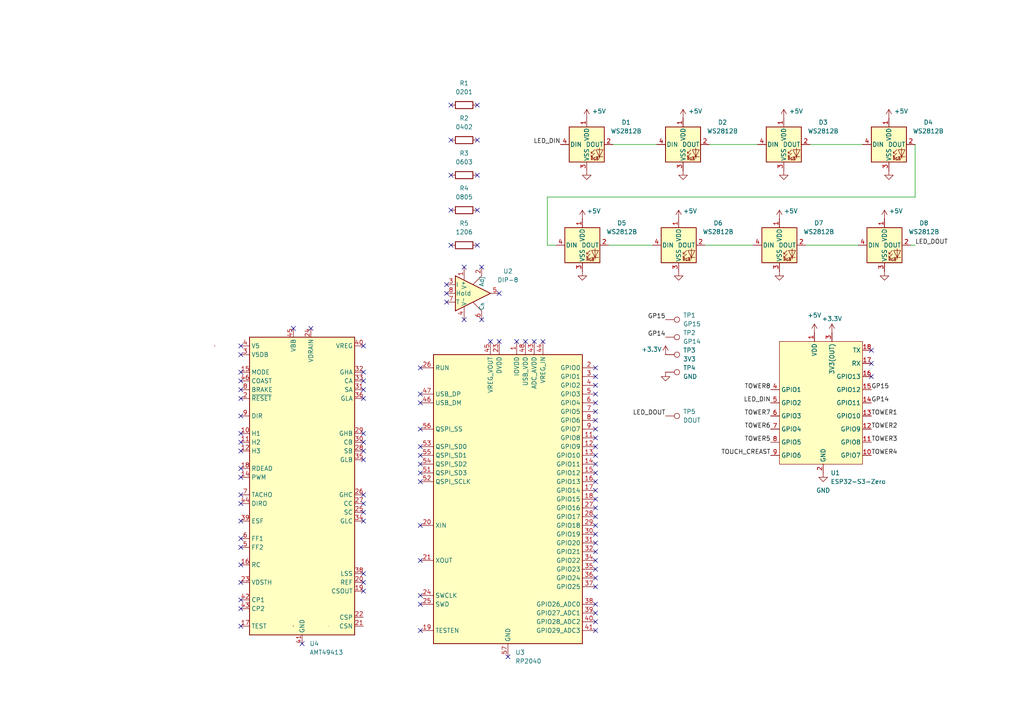
<source format=kicad_sch>
(kicad_sch (version 20250114) (generator "eeschema") (generator_version "9.0")
  (paper "A4")
  (lib_symbols
    (symbol "Analog:LF398_DIP8" (pin_names (offset 0.127))
      (property "Reference" "U" (at 5.08 3.81 0))
      (property "Value" "LF398_DIP8" (at 5.08 -2.54 0))
      (symbol "LF398_DIP8_0_1"
        (polyline (pts (xy -5.08 5.08) (xy 5.08 0) (xy -5.08 -5.08) (xy -5.08 5.08)) (stroke (width 0.254)) (fill (type background)))
        (polyline (pts (xy 0 -2.54) (xy 2.54 -5.08)))
        (polyline (pts (xy 2.54 5.08) (xy 0 2.54)))
      )
      (symbol "LF398_DIP8_1_1"
        (pin input line (at -7.62 2.54 0) (length 2.54) (name "I") (number "3"))
        (pin input line (at -7.62 0 0) (length 2.54) (name "Hold") (number "8"))
        (pin passive line (at -7.62 -2.54 0) (length 2.54) (name "T") (number "7"))
        (pin passive line (at -2.54 7.62 270) (length 3.81) (name "V^{+}") (number "1"))
        (pin passive line (at -2.54 -7.62 90) (length 3.81) (name "V^{-}") (number "4"))
        (pin passive line (at 2.54 7.62 270) (length 2.54) (name "Adj") (number "2"))
        (pin passive line (at 2.54 -7.62 90) (length 2.54) (name "C_{h}") (number "6"))
        (pin output line (at 7.62 0 180) (length 2.54) (name "~") (number "5"))
      )
    )
    (symbol "Connector:TestPoint" (pin_numbers (hide yes)) (pin_names (offset 0.762) (hide yes))
      (property "Reference" "TP" (at 0 6.858 0))
      (property "Value" "TestPoint" (at 0 5.08 0))
      (symbol "TestPoint_0_1"
        (circle (center 0 3.302) (radius 0.762))
      )
      (symbol "TestPoint_1_1"
        (pin passive line (at 0 0 90) (length 2.54) (name "1") (number "1"))
      )
    )
    (symbol "Device:R" (pin_numbers (hide yes)) (pin_names (offset 0))
      (property "Reference" "R" (at 2.032 0 90))
      (property "Value" "R" (at 0 0 90))
      (symbol "R_0_1"
        (rectangle (start -1.016 -2.54) (end 1.016 2.54) (stroke (width 0.254)))
      )
      (symbol "R_1_1"
        (pin passive line (at 0 3.81 270) (length 1.27) (name "~") (number "1"))
        (pin passive line (at 0 -3.81 90) (length 1.27) (name "~") (number "2"))
      )
    )
    (symbol "Driver_Motor:AMT49413"
      (property "Reference" "U" (at -13.97 44.45 0))
      (property "Value" "AMT49413" (at -10.16 -45.72 0))
      (symbol "AMT49413_0_1"
        (rectangle (start -25.4 40.64) (end -25.4 40.64) (stroke (width 0.254)))
        (rectangle (start -15.24 -43.18) (end 15.24 43.18) (stroke (width 0.254)) (fill (type background)))
        (rectangle (start -2.54 -40.64) (end -2.54 -40.64) (stroke (width 0.254)))
        (rectangle (start 7.62 -40.64) (end 7.62 -40.64))
      )
      (symbol "AMT49413_1_1"
        (pin power_out line (at -17.78 40.64 0) (length 2.54) (name "V5") (number "4"))
        (pin power_out line (at -17.78 38.1 0) (length 2.54) (name "V5DB") (number "3"))
        (pin input line (at -17.78 33.02 0) (length 2.54) (name "MODE") (number "15"))
        (pin input line (at -17.78 30.48 0) (length 2.54) (name "COAST") (number "46"))
        (pin input line (at -17.78 27.94 0) (length 2.54) (name "BRAKE") (number "8"))
        (pin input line (at -17.78 25.4 0) (length 2.54) (name "~{RESET}") (number "2"))
        (pin input line (at -17.78 20.32 0) (length 2.54) (name "DIR") (number "9"))
        (pin input line (at -17.78 15.24 0) (length 2.54) (name "H1") (number "10"))
        (pin input line (at -17.78 12.7 0) (length 2.54) (name "H2") (number "11"))
        (pin input line (at -17.78 10.16 0) (length 2.54) (name "H3") (number "12"))
        (pin passive line (at -17.78 5.08 0) (length 2.54) (name "RDEAD") (number "18"))
        (pin input line (at -17.78 2.54 0) (length 2.54) (name "PWM") (number "14"))
        (pin output line (at -17.78 -2.54 0) (length 2.54) (name "TACHO") (number "7"))
        (pin output line (at -17.78 -5.08 0) (length 2.54) (name "DIRO") (number "44"))
        (pin input line (at -17.78 -10.16 0) (length 2.54) (name "ESF") (number "39"))
        (pin open_collector line (at -17.78 -15.24 0) (length 2.54) (name "FF1") (number "6"))
        (pin open_collector line (at -17.78 -17.78 0) (length 2.54) (name "FF2") (number "5"))
        (pin passive line (at -17.78 -22.86 0) (length 2.54) (name "RC") (number "16"))
        (pin input line (at -17.78 -27.94 0) (length 2.54) (name "VDSTH") (number "23"))
        (pin passive line (at -17.78 -33.02 0) (length 2.54) (name "CP1") (number "42"))
        (pin passive line (at -17.78 -35.56 0) (length 2.54) (name "CP2") (number "43"))
        (pin input line (at -17.78 -40.64 0) (length 2.54) (name "TEST") (number "17"))
        (pin no_connect line (at -7.62 -43.18 90) (length 2.54) (hide yes) (name "N.C.") (number "48"))
        (pin no_connect line (at -5.08 -43.18 90) (length 2.54) (hide yes) (name "N.C.") (number "1"))
        (pin power_in line (at -2.54 45.72 270) (length 2.54) (name "VBB") (number "45"))
        (pin no_connect line (at -2.54 -43.18 90) (length 2.54) (hide yes) (name "N.C.") (number "13"))
        (pin power_in line (at 0 -45.72 90) (length 2.54) (name "GND") (number "41"))
        (pin passive line (at 0 -45.72 90) (length 2.54) (hide yes) (name "GND") (number "49"))
        (pin power_in line (at 2.54 45.72 270) (length 2.54) (name "VDRAIN") (number "24"))
        (pin no_connect line (at 5.08 -43.18 90) (length 2.54) (hide yes) (name "N.C.") (number "37"))
        (pin no_connect line (at 7.62 -43.18 90) (length 2.54) (hide yes) (name "N.C.") (number "47"))
        (pin power_out line (at 17.78 40.64 180) (length 2.54) (name "VREG") (number "40"))
        (pin output line (at 17.78 33.02 180) (length 2.54) (name "GHA") (number "32"))
        (pin passive line (at 17.78 30.48 180) (length 2.54) (name "CA") (number "33"))
        (pin input line (at 17.78 27.94 180) (length 2.54) (name "SA") (number "31"))
        (pin output line (at 17.78 25.4 180) (length 2.54) (name "GLA") (number "36"))
        (pin output line (at 17.78 15.24 180) (length 2.54) (name "GHB") (number "29"))
        (pin passive line (at 17.78 12.7 180) (length 2.54) (name "CB") (number "30"))
        (pin input line (at 17.78 10.16 180) (length 2.54) (name "SB") (number "28"))
        (pin output line (at 17.78 7.62 180) (length 2.54) (name "GLB") (number "35"))
        (pin output line (at 17.78 -2.54 180) (length 2.54) (name "GHC") (number "26"))
        (pin passive line (at 17.78 -5.08 180) (length 2.54) (name "CC") (number "27"))
        (pin input line (at 17.78 -7.62 180) (length 2.54) (name "SC") (number "25"))
        (pin output line (at 17.78 -10.16 180) (length 2.54) (name "GLC") (number "34"))
        (pin input line (at 17.78 -25.4 180) (length 2.54) (name "LSS") (number "38"))
        (pin input line (at 17.78 -27.94 180) (length 2.54) (name "REF") (number "20"))
        (pin input line (at 17.78 -30.48 180) (length 2.54) (name "CSOUT") (number "19"))
        (pin input line (at 17.78 -38.1 180) (length 2.54) (name "CSP") (number "22"))
        (pin input line (at 17.78 -40.64 180) (length 2.54) (name "CSN") (number "21"))
      )
    )
    (symbol "LED:WS2812B" (pin_names (offset 0.254))
      (property "Reference" "D" (at 5.08 5.715 0))
      (property "Value" "WS2812B" (at 1.27 -5.715 0))
      (symbol "WS2812B_0_0"
        (text "RGB" (at 2.286 -4.191 0) (effects (font (size 0.762 0.762))))
      )
      (symbol "WS2812B_0_1"
        (polyline (pts (xy 1.27 -2.54) (xy 1.778 -2.54)))
        (polyline (pts (xy 1.27 -3.556) (xy 1.778 -3.556)))
        (polyline (pts (xy 2.286 -1.524) (xy 1.27 -2.54) (xy 1.27 -2.032)))
        (polyline (pts (xy 2.286 -2.54) (xy 1.27 -3.556) (xy 1.27 -3.048)))
        (polyline (pts (xy 3.683 -1.016) (xy 3.683 -3.556) (xy 3.683 -4.064)))
        (polyline (pts (xy 4.699 -1.524) (xy 2.667 -1.524) (xy 3.683 -3.556) (xy 4.699 -1.524)))
        (polyline (pts (xy 4.699 -3.556) (xy 2.667 -3.556)))
        (rectangle (start 5.08 5.08) (end -5.08 -5.08) (stroke (width 0.254)) (fill (type background)))
      )
      (symbol "WS2812B_1_1"
        (pin input line (at -7.62 0 0) (length 2.54) (name "DIN") (number "4"))
        (pin power_in line (at 0 7.62 270) (length 2.54) (name "VDD") (number "1"))
        (pin power_in line (at 0 -7.62 90) (length 2.54) (name "VSS") (number "3"))
        (pin output line (at 7.62 0 180) (length 2.54) (name "DOUT") (number "2"))
      )
    )
    (symbol "MCU_RaspberryPi:RP2040"
      (property "Reference" "U" (at 17.78 45.72 0))
      (property "Value" "RP2040" (at 17.78 43.18 0))
      (symbol "RP2040_0_1"
        (rectangle (start -21.59 41.91) (end 21.59 -41.91) (stroke (width 0.254)) (fill (type background)))
      )
      (symbol "RP2040_1_1"
        (pin input line (at -25.4 38.1 0) (length 3.81) (name "RUN") (number "26"))
        (pin bidirectional line (at -25.4 30.48 0) (length 3.81) (name "USB_DP") (number "47"))
        (pin bidirectional line (at -25.4 27.94 0) (length 3.81) (name "USB_DM") (number "46"))
        (pin bidirectional line (at -25.4 20.32 0) (length 3.81) (name "QSPI_SS") (number "56"))
        (pin bidirectional line (at -25.4 15.24 0) (length 3.81) (name "QSPI_SD0") (number "53"))
        (pin bidirectional line (at -25.4 12.7 0) (length 3.81) (name "QSPI_SD1") (number "55"))
        (pin bidirectional line (at -25.4 10.16 0) (length 3.81) (name "QSPI_SD2") (number "54"))
        (pin bidirectional line (at -25.4 7.62 0) (length 3.81) (name "QSPI_SD3") (number "51"))
        (pin output line (at -25.4 5.08 0) (length 3.81) (name "QSPI_SCLK") (number "52"))
        (pin input line (at -25.4 -7.62 0) (length 3.81) (name "XIN") (number "20"))
        (pin passive line (at -25.4 -17.78 0) (length 3.81) (name "XOUT") (number "21"))
        (pin input line (at -25.4 -27.94 0) (length 3.81) (name "SWCLK") (number "24"))
        (pin bidirectional line (at -25.4 -30.48 0) (length 3.81) (name "SWD") (number "25"))
        (pin input line (at -25.4 -38.1 0) (length 3.81) (name "TESTEN") (number "19"))
        (pin power_out line (at -5.08 45.72 270) (length 3.81) (name "VREG_VOUT") (number "45"))
        (pin power_in line (at -2.54 45.72 270) (length 3.81) (name "DVDD") (number "23"))
        (pin passive line (at -2.54 45.72 270) (length 3.81) (hide yes) (name "DVDD") (number "50"))
        (pin power_in line (at 0 -45.72 90) (length 3.81) (name "GND") (number "57"))
        (pin power_in line (at 2.54 45.72 270) (length 3.81) (name "IOVDD") (number "1"))
        (pin passive line (at 2.54 45.72 270) (length 3.81) (hide yes) (name "IOVDD") (number "10"))
        (pin passive line (at 2.54 45.72 270) (length 3.81) (hide yes) (name "IOVDD") (number "22"))
        (pin passive line (at 2.54 45.72 270) (length 3.81) (hide yes) (name "IOVDD") (number "33"))
        (pin passive line (at 2.54 45.72 270) (length 3.81) (hide yes) (name "IOVDD") (number "42"))
        (pin passive line (at 2.54 45.72 270) (length 3.81) (hide yes) (name "IOVDD") (number "49"))
        (pin power_in line (at 5.08 45.72 270) (length 3.81) (name "USB_VDD") (number "48"))
        (pin power_in line (at 7.62 45.72 270) (length 3.81) (name "ADC_AVDD") (number "43"))
        (pin power_in line (at 10.16 45.72 270) (length 3.81) (name "VREG_IN") (number "44"))
        (pin bidirectional line (at 25.4 38.1 180) (length 3.81) (name "GPIO0") (number "2"))
        (pin bidirectional line (at 25.4 35.56 180) (length 3.81) (name "GPIO1") (number "3"))
        (pin bidirectional line (at 25.4 33.02 180) (length 3.81) (name "GPIO2") (number "4"))
        (pin bidirectional line (at 25.4 30.48 180) (length 3.81) (name "GPIO3") (number "5"))
        (pin bidirectional line (at 25.4 27.94 180) (length 3.81) (name "GPIO4") (number "6"))
        (pin bidirectional line (at 25.4 25.4 180) (length 3.81) (name "GPIO5") (number "7"))
        (pin bidirectional line (at 25.4 22.86 180) (length 3.81) (name "GPIO6") (number "8"))
        (pin bidirectional line (at 25.4 20.32 180) (length 3.81) (name "GPIO7") (number "9"))
        (pin bidirectional line (at 25.4 17.78 180) (length 3.81) (name "GPIO8") (number "11"))
        (pin bidirectional line (at 25.4 15.24 180) (length 3.81) (name "GPIO9") (number "12"))
        (pin bidirectional line (at 25.4 12.7 180) (length 3.81) (name "GPIO10") (number "13"))
        (pin bidirectional line (at 25.4 10.16 180) (length 3.81) (name "GPIO11") (number "14"))
        (pin bidirectional line (at 25.4 7.62 180) (length 3.81) (name "GPIO12") (number "15"))
        (pin bidirectional line (at 25.4 5.08 180) (length 3.81) (name "GPIO13") (number "16"))
        (pin bidirectional line (at 25.4 2.54 180) (length 3.81) (name "GPIO14") (number "17"))
        (pin bidirectional line (at 25.4 0 180) (length 3.81) (name "GPIO15") (number "18"))
        (pin bidirectional line (at 25.4 -2.54 180) (length 3.81) (name "GPIO16") (number "27"))
        (pin bidirectional line (at 25.4 -5.08 180) (length 3.81) (name "GPIO17") (number "28"))
        (pin bidirectional line (at 25.4 -7.62 180) (length 3.81) (name "GPIO18") (number "29"))
        (pin bidirectional line (at 25.4 -10.16 180) (length 3.81) (name "GPIO19") (number "30"))
        (pin bidirectional line (at 25.4 -12.7 180) (length 3.81) (name "GPIO20") (number "31"))
        (pin bidirectional line (at 25.4 -15.24 180) (length 3.81) (name "GPIO21") (number "32"))
        (pin bidirectional line (at 25.4 -17.78 180) (length 3.81) (name "GPIO22") (number "34"))
        (pin bidirectional line (at 25.4 -20.32 180) (length 3.81) (name "GPIO23") (number "35"))
        (pin bidirectional line (at 25.4 -22.86 180) (length 3.81) (name "GPIO24") (number "36"))
        (pin bidirectional line (at 25.4 -25.4 180) (length 3.81) (name "GPIO25") (number "37"))
        (pin bidirectional line (at 25.4 -30.48 180) (length 3.81) (name "GPIO26_ADC0") (number "38"))
        (pin bidirectional line (at 25.4 -33.02 180) (length 3.81) (name "GPIO27_ADC1") (number "39"))
        (pin bidirectional line (at 25.4 -35.56 180) (length 3.81) (name "GPIO28_ADC2") (number "40"))
        (pin bidirectional line (at 25.4 -38.1 180) (length 3.81) (name "GPIO29_ADC3") (number "41"))
      )
    )
    (symbol "New_Library:ESP32-S3-Zero" (exclude_from_sim yes)
      (property "Reference" "U" (at 0.254 1.27 0))
      (property "Value" "ESP32-S3-Zero" (at 25.908 1.524 0))
      (symbol "ESP32-S3-Zero_1_1"
        (rectangle (start 0 0) (end 24.13 -35.56) (fill (type background)))
        (pin bidirectional line (at -2.54 -13.97 0) (length 2.54) (name "GPIO1") (number "4"))
        (pin bidirectional line (at -2.54 -17.78 0) (length 2.54) (name "GPIO2") (number "5"))
        (pin bidirectional line (at -2.54 -21.59 0) (length 2.54) (name "GPIO3") (number "6"))
        (pin bidirectional line (at -2.54 -25.4 0) (length 2.54) (name "GPIO4") (number "7"))
        (pin bidirectional line (at -2.54 -29.21 0) (length 2.54) (name "GPIO5") (number "8"))
        (pin bidirectional line (at -2.54 -33.02 0) (length 2.54) (name "GPIO6") (number "9"))
        (pin power_in line (at 10.16 2.54 270) (length 2.54) (name "VDD") (number "1"))
        (pin power_in line (at 12.7 -38.1 90) (length 2.54) (name "GND") (number "2"))
        (pin power_out line (at 15.24 2.54 270) (length 2.54) (name "3V3(OUT)") (number "3"))
        (pin output line (at 26.67 -2.54 180) (length 2.54) (name "TX") (number "18"))
        (pin input line (at 26.67 -6.35 180) (length 2.54) (name "RX") (number "17"))
        (pin bidirectional line (at 26.67 -10.16 180) (length 2.54) (name "GPIO13") (number "16"))
        (pin bidirectional line (at 26.67 -13.97 180) (length 2.54) (name "GPIO12") (number "15"))
        (pin bidirectional line (at 26.67 -17.78 180) (length 2.54) (name "GPIO11") (number "14"))
        (pin bidirectional line (at 26.67 -21.59 180) (length 2.54) (name "GPIO10") (number "13"))
        (pin bidirectional line (at 26.67 -25.4 180) (length 2.54) (name "GPIO9") (number "12"))
        (pin bidirectional line (at 26.67 -29.21 180) (length 2.54) (name "GPIO8") (number "11"))
        (pin bidirectional line (at 26.67 -33.02 180) (length 2.54) (name "GPIO7") (number "10"))
      )
    )
    (symbol "power:+3.3V" (power) (pin_numbers (hide yes)) (pin_names (offset 0) (hide yes))
      (property "Value" "+3.3V" (at 0 3.556 0))
      (symbol "+3.3V_0_1"
        (polyline (pts (xy -0.762 1.27) (xy 0 2.54)))
        (polyline (pts (xy 0 2.54) (xy 0.762 1.27)))
        (polyline (pts (xy 0 0) (xy 0 2.54)))
      )
      (symbol "+3.3V_1_1"
        (pin power_in line (at 0 0 90) (length 0) (name "~") (number "1"))
      )
    )
    (symbol "power:+5V" (power) (pin_numbers (hide yes)) (pin_names (offset 0) (hide yes))
      (property "Value" "+5V" (at 0 3.556 0))
      (symbol "+5V_0_1"
        (polyline (pts (xy -0.762 1.27) (xy 0 2.54)))
        (polyline (pts (xy 0 2.54) (xy 0.762 1.27)))
        (polyline (pts (xy 0 0) (xy 0 2.54)))
      )
      (symbol "+5V_1_1"
        (pin power_in line (at 0 0 90) (length 0) (name "~") (number "1"))
      )
    )
    (symbol "power:GND" (power) (pin_numbers (hide yes)) (pin_names (offset 0) (hide yes))
      (property "Value" "GND" (at 0 -3.81 0))
      (symbol "GND_0_1"
        (polyline (pts (xy 0 0) (xy 0 -1.27) (xy 1.27 -1.27) (xy 0 -2.54) (xy -1.27 -1.27) (xy 0 -1.27)))
      )
      (symbol "GND_1_1"
        (pin power_in line (at 0 0 270) (length 0) (name "~") (number "1"))
      )
    )
  )
  (no_connect (at 129.54 87.63))
  (no_connect (at 252.73 105.41))
  (no_connect (at 69.85 163.83))
  (no_connect (at 69.85 110.49))
  (no_connect (at 154.94 99.06))
  (no_connect (at 172.72 132.08))
  (no_connect (at 147.32 190.5))
  (no_connect (at 144.78 85.09))
  (no_connect (at 134.62 92.71))
  (no_connect (at 172.72 106.68))
  (no_connect (at 172.72 121.92))
  (no_connect (at 105.41 115.57))
  (no_connect (at 121.92 182.88))
  (no_connect (at 121.92 134.62))
  (no_connect (at 105.41 130.81))
  (no_connect (at 69.85 151.13))
  (no_connect (at 105.41 133.35))
  (no_connect (at 105.41 148.59))
  (no_connect (at 172.72 160.02))
  (no_connect (at 105.41 166.37))
  (no_connect (at 121.92 172.72))
  (no_connect (at 172.72 109.22))
  (no_connect (at 121.92 116.84))
  (no_connect (at 172.72 142.24))
  (no_connect (at 69.85 168.91))
  (no_connect (at 69.85 158.75))
  (no_connect (at 121.92 129.54))
  (no_connect (at 121.92 132.08))
  (no_connect (at 69.85 138.43))
  (no_connect (at 121.92 175.26))
  (no_connect (at 105.41 151.13))
  (no_connect (at 69.85 102.87))
  (no_connect (at 105.41 146.05))
  (no_connect (at 69.85 128.27))
  (no_connect (at 172.72 111.76))
  (no_connect (at 138.43 30.48))
  (no_connect (at 69.85 156.21))
  (no_connect (at 134.62 77.47))
  (no_connect (at 172.72 119.38))
  (no_connect (at 121.92 152.4))
  (no_connect (at 172.72 144.78))
  (no_connect (at 172.72 170.18))
  (no_connect (at 69.85 125.73))
  (no_connect (at 69.85 113.03))
  (no_connect (at 105.41 107.95))
  (no_connect (at 172.72 167.64))
  (no_connect (at 69.85 135.89))
  (no_connect (at 105.41 100.33))
  (no_connect (at 69.85 176.53))
  (no_connect (at 152.4 99.06))
  (no_connect (at 172.72 114.3))
  (no_connect (at 69.85 120.65))
  (no_connect (at 252.73 101.6))
  (no_connect (at 121.92 124.46))
  (no_connect (at 172.72 139.7))
  (no_connect (at 142.24 99.06))
  (no_connect (at 172.72 137.16))
  (no_connect (at 130.81 50.8))
  (no_connect (at 121.92 106.68))
  (no_connect (at 172.72 177.8))
  (no_connect (at 138.43 71.12))
  (no_connect (at 105.41 143.51))
  (no_connect (at 105.41 113.03))
  (no_connect (at 130.81 60.96))
  (no_connect (at 157.48 99.06))
  (no_connect (at 172.72 152.4))
  (no_connect (at 172.72 175.26))
  (no_connect (at 149.86 99.06))
  (no_connect (at 129.54 85.09))
  (no_connect (at 121.92 137.16))
  (no_connect (at 121.92 139.7))
  (no_connect (at 87.63 186.69))
  (no_connect (at 121.92 114.3))
  (no_connect (at 139.7 77.47))
  (no_connect (at 139.7 92.71))
  (no_connect (at 90.17 95.25))
  (no_connect (at 69.85 173.99))
  (no_connect (at 105.41 125.73))
  (no_connect (at 130.81 40.64))
  (no_connect (at 138.43 40.64))
  (no_connect (at 172.72 180.34))
  (no_connect (at 130.81 30.48))
  (no_connect (at 105.41 168.91))
  (no_connect (at 172.72 127))
  (no_connect (at 69.85 143.51))
  (no_connect (at 105.41 110.49))
  (no_connect (at 172.72 165.1))
  (no_connect (at 69.85 130.81))
  (no_connect (at 138.43 60.96))
  (no_connect (at 172.72 154.94))
  (no_connect (at 172.72 147.32))
  (no_connect (at 144.78 99.06))
  (no_connect (at 172.72 134.62))
  (no_connect (at 172.72 129.54))
  (no_connect (at 85.09 95.25))
  (no_connect (at 172.72 182.88))
  (no_connect (at 69.85 107.95))
  (no_connect (at 69.85 146.05))
  (no_connect (at 69.85 115.57))
  (no_connect (at 105.41 171.45))
  (no_connect (at 69.85 100.33))
  (no_connect (at 130.81 71.12))
  (no_connect (at 172.72 157.48))
  (no_connect (at 172.72 116.84))
  (no_connect (at 138.43 50.8))
  (no_connect (at 105.41 128.27))
  (no_connect (at 172.72 149.86))
  (no_connect (at 129.54 82.55))
  (no_connect (at 172.72 124.46))
  (no_connect (at 69.85 181.61))
  (no_connect (at 121.92 162.56))
  (no_connect (at 252.73 109.22))
  (no_connect (at 172.72 162.56))
  (wire (pts (xy 264.16 71.12) (xy 265.43 71.12)))
  (wire (pts (xy 158.75 57.15) (xy 158.75 71.12)))
  (wire (pts (xy 265.43 41.91) (xy 265.43 57.15)))
  (wire (pts (xy 158.75 71.12) (xy 161.29 71.12)))
  (wire (pts (xy 265.43 57.15) (xy 158.75 57.15)))
  (wire (pts (xy 205.74 41.91) (xy 219.71 41.91)))
  (wire (pts (xy 234.95 41.91) (xy 250.19 41.91)))
  (wire (pts (xy 233.68 71.12) (xy 248.92 71.12)))
  (wire (pts (xy 176.53 71.12) (xy 189.23 71.12)))
  (wire (pts (xy 177.8 41.91) (xy 190.5 41.91)))
  (wire (pts (xy 204.47 71.12) (xy 218.44 71.12)))
  (label "GP14" (at 193.04 97.79 180))
  (label "TOUCH_CREAST" (at 223.52 132.08 180))
  (label "LED_DOUT" (at 265.43 71.12 0))
  (label "TOWER8" (at 223.52 113.03 180))
  (label "TOWER2" (at 252.73 124.46 0))
  (label "TOWER5" (at 223.52 128.27 180))
  (label "LED_DIN" (at 223.52 116.84 180))
  (label "LED_DOUT" (at 193.04 120.65 180))
  (label "TOWER7" (at 223.52 120.65 180))
  (label "TOWER1" (at 252.73 120.65 0))
  (label "LED_DIN" (at 162.56 41.91 180))
  (label "TOWER3" (at 252.73 128.27 0))
  (label "TOWER6" (at 223.52 124.46 180))
  (label "TOWER4" (at 252.73 132.08 0))
  (label "GP15" (at 193.04 92.71 180))
  (label "GP14" (at 252.73 116.84 0))
  (label "GP15" (at 252.73 113.03 0))
  (symbol (lib_id "New_Library:ESP32-S3-Zero") (at 226.06 99.06 0) (unit 1) (exclude_from_sim yes)
    (property "Reference" "U1" (at 240.9033 137.16 0) (effects (justify left)))
    (property "Value" "ESP32-S3-Zero" (at 240.9033 139.7 0) (effects (justify left)))
    (property "Footprint" "Library:Waveshare-ESP32-S3-Zero" (effects (hide yes)))
    (property "Datasheet" "https://www.waveshare.com/wiki/ESP32-S3-Zero" (effects (hide yes)))
    (property "Description" "Waveshare ESP32-S3-Zero" (effects (hide yes)))
  )
  (symbol (lib_id "LED:WS2812B") (at 168.91 71.12 0) (unit 1)
    (property "Reference" "D5" (at 180.34 64.6998 0))
    (property "Value" "WS2812B" (at 180.34 67.2398 0))
    (property "Footprint" "LED_SMD:LED_WS2812B_PLCC4_5.0x5.0mm_P3.2mm" (effects (hide yes)))
    (property "Datasheet" "https://cdn-shop.adafruit.com/datasheets/WS2812B.pdf" (effects (hide yes)))
    (property "Description" "RGB LED with integrated controller" (effects (hide yes)))
  )
  (symbol (lib_id "LED:WS2812B") (at 256.54 71.12 0) (unit 1)
    (property "Reference" "D8" (at 267.97 64.6998 0))
    (property "Value" "WS2812B" (at 267.97 67.2398 0))
    (property "Footprint" "LED_SMD:LED_WS2812B_PLCC4_5.0x5.0mm_P3.2mm" (effects (hide yes)))
    (property "Datasheet" "https://cdn-shop.adafruit.com/datasheets/WS2812B.pdf" (effects (hide yes)))
    (property "Description" "RGB LED with integrated controller" (effects (hide yes)))
  )
  (symbol (lib_id "LED:WS2812B") (at 170.18 41.91 0) (unit 1)
    (property "Reference" "D1" (at 181.61 35.4898 0))
    (property "Value" "WS2812B" (at 181.61 38.0298 0))
    (property "Footprint" "LED_SMD:LED_WS2812B_PLCC4_5.0x5.0mm_P3.2mm" (effects (hide yes)))
    (property "Datasheet" "https://cdn-shop.adafruit.com/datasheets/WS2812B.pdf" (effects (hide yes)))
    (property "Description" "RGB LED with integrated controller" (effects (hide yes)))
  )
  (symbol (lib_id "Device:R") (at 134.62 71.12 90) (unit 1)
    (property "Reference" "R5" (at 134.62 64.77 90))
    (property "Value" "1206" (at 134.62 67.31 90))
    (property "Footprint" "Resistor_SMD:R_1206_3216Metric" (effects (hide yes)))
    (property "Description" "Resistor" (effects (hide yes)))
  )
  (symbol (lib_id "power:GND") (at 170.18 49.53 0) (unit 1)
    (property "Reference" "#PWR06" (effects (hide yes)))
    (property "Value" "GND" (effects (hide yes)))
    (property "Description" "Power symbol creates a global label with name \"GND\" , ground" (effects (hide yes)))
  )
  (symbol (lib_id "power:+3.3V") (at 241.3 96.52 0) (unit 1)
    (property "Reference" "#PWR022" (effects (hide yes)))
    (property "Value" "+3.3V" (at 241.3 92.456 0))
    (property "Description" "Power symbol creates a global label with name \"+3.3V\"" (effects (hide yes)))
  )
  (symbol (lib_id "Device:R") (at 134.62 30.48 90) (unit 1)
    (property "Reference" "R1" (at 134.62 24.13 90))
    (property "Value" "0201" (at 134.62 26.67 90))
    (property "Footprint" "Resistor_SMD:R_0201_0603Metric" (effects (hide yes)))
    (property "Description" "Resistor" (effects (hide yes)))
  )
  (symbol (lib_id "LED:WS2812B") (at 196.85 71.12 0) (unit 1)
    (property "Reference" "D6" (at 208.28 64.6998 0))
    (property "Value" "WS2812B" (at 208.28 67.2398 0))
    (property "Footprint" "LED_SMD:LED_WS2812B_PLCC4_5.0x5.0mm_P3.2mm" (effects (hide yes)))
    (property "Datasheet" "https://cdn-shop.adafruit.com/datasheets/WS2812B.pdf" (effects (hide yes)))
    (property "Description" "RGB LED with integrated controller" (effects (hide yes)))
  )
  (symbol (lib_id "power:GND") (at 238.76 137.16 0) (unit 1)
    (property "Reference" "#PWR018" (effects (hide yes)))
    (property "Value" "GND" (at 238.76 142.24 0))
    (property "Description" "Power symbol creates a global label with name \"GND\" , ground" (effects (hide yes)))
  )
  (symbol (lib_id "MCU_RaspberryPi:RP2040") (at 147.32 144.78 0) (unit 1)
    (property "Reference" "U3" (at 149.4633 189.23 0) (effects (justify left)))
    (property "Value" "RP2040" (at 149.4633 191.77 0) (effects (justify left)))
    (property "Footprint" "Package_DFN_QFN:QFN-56-1EP_7x7mm_P0.4mm_EP3.2x3.2mm" (effects (hide yes)))
    (property "Datasheet" "https://datasheets.raspberrypi.com/rp2040/rp2040-datasheet.pdf" (effects (hide yes)))
    (property "Description" "A microcontroller by Raspberry Pi" (effects (hide yes)))
  )
  (symbol (lib_id "power:+5V") (at 196.85 63.5 0) (unit 1)
    (property "Reference" "#PWR011" (effects (hide yes)))
    (property "Value" "+5V" (at 200.152 61.214 0))
    (property "Description" "Power symbol creates a global label with name \"+5V\"" (effects (hide yes)))
  )
  (symbol (lib_id "power:GND") (at 196.85 78.74 0) (unit 1)
    (property "Reference" "#PWR015" (effects (hide yes)))
    (property "Value" "GND" (effects (hide yes)))
    (property "Description" "Power symbol creates a global label with name \"GND\" , ground" (effects (hide yes)))
  )
  (symbol (lib_id "power:+5V") (at 256.54 63.5 0) (unit 1)
    (property "Reference" "#PWR013" (effects (hide yes)))
    (property "Value" "+5V" (at 259.842 61.214 0))
    (property "Description" "Power symbol creates a global label with name \"+5V\"" (effects (hide yes)))
  )
  (symbol (lib_id "power:GND") (at 227.33 49.53 0) (unit 1)
    (property "Reference" "#PWR08" (effects (hide yes)))
    (property "Value" "GND" (effects (hide yes)))
    (property "Description" "Power symbol creates a global label with name \"GND\" , ground" (effects (hide yes)))
  )
  (symbol (lib_id "power:GND") (at 226.06 78.74 0) (unit 1)
    (property "Reference" "#PWR016" (effects (hide yes)))
    (property "Value" "GND" (effects (hide yes)))
    (property "Description" "Power symbol creates a global label with name \"GND\" , ground" (effects (hide yes)))
  )
  (symbol (lib_id "LED:WS2812B") (at 257.81 41.91 0) (unit 1)
    (property "Reference" "D4" (at 269.24 35.4898 0))
    (property "Value" "WS2812B" (at 269.24 38.0298 0))
    (property "Footprint" "LED_SMD:LED_WS2812B_PLCC4_5.0x5.0mm_P3.2mm" (effects (hide yes)))
    (property "Datasheet" "https://cdn-shop.adafruit.com/datasheets/WS2812B.pdf" (effects (hide yes)))
    (property "Description" "RGB LED with integrated controller" (effects (hide yes)))
  )
  (symbol (lib_id "Analog:LF398_DIP8") (at 137.16 85.09 0) (unit 1)
    (property "Reference" "U2" (at 147.32 78.6698 0))
    (property "Value" "DIP-8" (at 147.32 81.2098 0))
    (property "Footprint" "Package_DIP:DIP-8_W7.62mm_SMDSocket_SmallPads" (effects (hide yes)))
    (property "Datasheet" "http://www.ti.com/lit/ds/symlink/lf398-n.pdf" (effects (hide yes)))
    (property "Description" "Sample And Hold Unity Gain Follower, DIP-8" (effects (hide yes)))
  )
  (symbol (lib_id "power:GND") (at 193.04 107.95 0) (unit 1)
    (property "Reference" "#PWR020" (effects (hide yes)))
    (property "Value" "GND" (effects (hide yes)))
    (property "Description" "Power symbol creates a global label with name \"GND\" , ground" (effects (hide yes)))
  )
  (symbol (lib_id "power:+5V") (at 170.18 34.29 0) (unit 1)
    (property "Reference" "#PWR01" (effects (hide yes)))
    (property "Value" "+5V" (at 173.736 32.258 0))
    (property "Description" "Power symbol creates a global label with name \"+5V\"" (effects (hide yes)))
  )
  (symbol (lib_id "power:+3.3V") (at 193.04 102.87 0) (unit 1)
    (property "Reference" "#PWR021" (effects (hide yes)))
    (property "Value" "+3.3V" (at 188.976 101.346 0))
    (property "Description" "Power symbol creates a global label with name \"+3.3V\"" (effects (hide yes)))
  )
  (symbol (lib_id "Connector:TestPoint") (at 193.04 102.87 270) (unit 1)
    (property "Reference" "TP3" (at 198.12 101.5999 90) (effects (justify left)))
    (property "Value" "3V3" (at 198.12 104.1399 90) (effects (justify left)))
    (property "Footprint" "TestPoint:TestPoint_Pad_D2.0mm" (effects (hide yes)))
    (property "Description" "test point" (effects (hide yes)))
  )
  (symbol (lib_id "power:GND") (at 198.12 49.53 0) (unit 1)
    (property "Reference" "#PWR07" (effects (hide yes)))
    (property "Value" "GND" (effects (hide yes)))
    (property "Description" "Power symbol creates a global label with name \"GND\" , ground" (effects (hide yes)))
  )
  (symbol (lib_id "Driver_Motor:AMT49413") (at 87.63 140.97 0) (unit 1)
    (property "Reference" "U4" (at 89.7733 186.69 0) (effects (justify left)))
    (property "Value" "AMT49413" (at 89.7733 189.23 0) (effects (justify left)))
    (property "Footprint" "Package_DFN_QFN:QFN-48-1EP_7x7mm_P0.5mm_EP5.15x5.15mm" (effects (hide yes)))
    (property "Datasheet" "https://www.allegromicro.com/-/media/Files/Datasheets/AMT49413-Datasheet.ashx" (effects (hide yes)))
    (property "Description" "3-Phase BLDC Controller and MOSFET Driver, QFN-48" (effects (hide yes)))
  )
  (symbol (lib_id "Connector:TestPoint") (at 193.04 92.71 270) (unit 1)
    (property "Reference" "TP1" (at 198.12 91.4399 90) (effects (justify left)))
    (property "Value" "GP15" (at 198.12 93.9799 90) (effects (justify left)))
    (property "Footprint" "TestPoint:TestPoint_Pad_D2.0mm" (effects (hide yes)))
    (property "Description" "test point" (effects (hide yes)))
  )
  (symbol (lib_id "power:+5V") (at 227.33 34.29 0) (unit 1)
    (property "Reference" "#PWR03" (effects (hide yes)))
    (property "Value" "+5V" (at 230.886 32.258 0))
    (property "Description" "Power symbol creates a global label with name \"+5V\"" (effects (hide yes)))
  )
  (symbol (lib_id "power:+5V") (at 168.91 63.5 0) (unit 1)
    (property "Reference" "#PWR010" (effects (hide yes)))
    (property "Value" "+5V" (at 172.212 61.214 0))
    (property "Description" "Power symbol creates a global label with name \"+5V\"" (effects (hide yes)))
  )
  (symbol (lib_id "power:+5V") (at 236.22 96.52 0) (unit 1)
    (property "Reference" "#PWR05" (effects (hide yes)))
    (property "Value" "+5V" (at 236.22 91.44 0))
    (property "Description" "Power symbol creates a global label with name \"+5V\"" (effects (hide yes)))
  )
  (symbol (lib_id "LED:WS2812B") (at 198.12 41.91 0) (unit 1)
    (property "Reference" "D2" (at 209.55 35.4898 0))
    (property "Value" "WS2812B" (at 209.55 38.0298 0))
    (property "Footprint" "LED_SMD:LED_WS2812B_PLCC4_5.0x5.0mm_P3.2mm" (effects (hide yes)))
    (property "Datasheet" "https://cdn-shop.adafruit.com/datasheets/WS2812B.pdf" (effects (hide yes)))
    (property "Description" "RGB LED with integrated controller" (effects (hide yes)))
  )
  (symbol (lib_id "LED:WS2812B") (at 226.06 71.12 0) (unit 1)
    (property "Reference" "D7" (at 237.49 64.6998 0))
    (property "Value" "WS2812B" (at 237.49 67.2398 0))
    (property "Footprint" "LED_SMD:LED_WS2812B_PLCC4_5.0x5.0mm_P3.2mm" (effects (hide yes)))
    (property "Datasheet" "https://cdn-shop.adafruit.com/datasheets/WS2812B.pdf" (effects (hide yes)))
    (property "Description" "RGB LED with integrated controller" (effects (hide yes)))
  )
  (symbol (lib_id "power:+5V") (at 226.06 63.5 0) (unit 1)
    (property "Reference" "#PWR012" (effects (hide yes)))
    (property "Value" "+5V" (at 229.362 61.214 0))
    (property "Description" "Power symbol creates a global label with name \"+5V\"" (effects (hide yes)))
  )
  (symbol (lib_id "Connector:TestPoint") (at 193.04 120.65 270) (unit 1)
    (property "Reference" "TP5" (at 198.12 119.3799 90) (effects (justify left)))
    (property "Value" "DOUT" (at 198.12 121.9199 90) (effects (justify left)))
    (property "Footprint" "TestPoint:TestPoint_Pad_D2.0mm" (effects (hide yes)))
    (property "Description" "test point" (effects (hide yes)))
  )
  (symbol (lib_id "Connector:TestPoint") (at 193.04 97.79 270) (unit 1)
    (property "Reference" "TP2" (at 198.12 96.5199 90) (effects (justify left)))
    (property "Value" "GP14" (at 198.12 99.0599 90) (effects (justify left)))
    (property "Footprint" "TestPoint:TestPoint_Pad_D2.0mm" (effects (hide yes)))
    (property "Description" "test point" (effects (hide yes)))
  )
  (symbol (lib_id "power:GND") (at 257.81 49.53 0) (unit 1)
    (property "Reference" "#PWR09" (effects (hide yes)))
    (property "Value" "GND" (effects (hide yes)))
    (property "Description" "Power symbol creates a global label with name \"GND\" , ground" (effects (hide yes)))
  )
  (symbol (lib_id "Device:R") (at 134.62 60.96 90) (unit 1)
    (property "Reference" "R4" (at 134.62 54.61 90))
    (property "Value" "0805" (at 134.62 57.15 90))
    (property "Footprint" "Resistor_SMD:R_0805_2012Metric" (effects (hide yes)))
    (property "Description" "Resistor" (effects (hide yes)))
  )
  (symbol (lib_id "LED:WS2812B") (at 227.33 41.91 0) (unit 1)
    (property "Reference" "D3" (at 238.76 35.4898 0))
    (property "Value" "WS2812B" (at 238.76 38.0298 0))
    (property "Footprint" "LED_SMD:LED_WS2812B_PLCC4_5.0x5.0mm_P3.2mm" (effects (hide yes)))
    (property "Datasheet" "https://cdn-shop.adafruit.com/datasheets/WS2812B.pdf" (effects (hide yes)))
    (property "Description" "RGB LED with integrated controller" (effects (hide yes)))
  )
  (symbol (lib_id "power:+5V") (at 257.81 34.29 0) (unit 1)
    (property "Reference" "#PWR04" (effects (hide yes)))
    (property "Value" "+5V" (at 261.366 32.258 0))
    (property "Description" "Power symbol creates a global label with name \"+5V\"" (effects (hide yes)))
  )
  (symbol (lib_id "Device:R") (at 134.62 40.64 90) (unit 1)
    (property "Reference" "R2" (at 134.62 34.29 90))
    (property "Value" "0402" (at 134.62 36.83 90))
    (property "Footprint" "Resistor_SMD:R_0402_1005Metric" (effects (hide yes)))
    (property "Description" "Resistor" (effects (hide yes)))
  )
  (symbol (lib_id "power:GND") (at 168.91 78.74 0) (unit 1)
    (property "Reference" "#PWR014" (effects (hide yes)))
    (property "Value" "GND" (effects (hide yes)))
    (property "Description" "Power symbol creates a global label with name \"GND\" , ground" (effects (hide yes)))
  )
  (symbol (lib_id "power:+5V") (at 198.12 34.29 0) (unit 1)
    (property "Reference" "#PWR02" (effects (hide yes)))
    (property "Value" "+5V" (at 201.676 32.258 0))
    (property "Description" "Power symbol creates a global label with name \"+5V\"" (effects (hide yes)))
  )
  (symbol (lib_id "Device:R") (at 134.62 50.8 90) (unit 1)
    (property "Reference" "R3" (at 134.62 44.45 90))
    (property "Value" "0603" (at 134.62 46.99 90))
    (property "Footprint" "Resistor_SMD:R_0603_1608Metric" (effects (hide yes)))
    (property "Description" "Resistor" (effects (hide yes)))
  )
  (symbol (lib_id "power:GND") (at 256.54 78.74 0) (unit 1)
    (property "Reference" "#PWR017" (effects (hide yes)))
    (property "Value" "GND" (effects (hide yes)))
    (property "Description" "Power symbol creates a global label with name \"GND\" , ground" (effects (hide yes)))
  )
  (symbol (lib_id "Connector:TestPoint") (at 193.04 107.95 270) (unit 1)
    (property "Reference" "TP4" (at 198.12 106.6799 90) (effects (justify left)))
    (property "Value" "GND" (at 198.12 109.2199 90) (effects (justify left)))
    (property "Footprint" "TestPoint:TestPoint_Pad_D2.0mm" (effects (hide yes)))
    (property "Description" "test point" (effects (hide yes)))
  )
)
</source>
